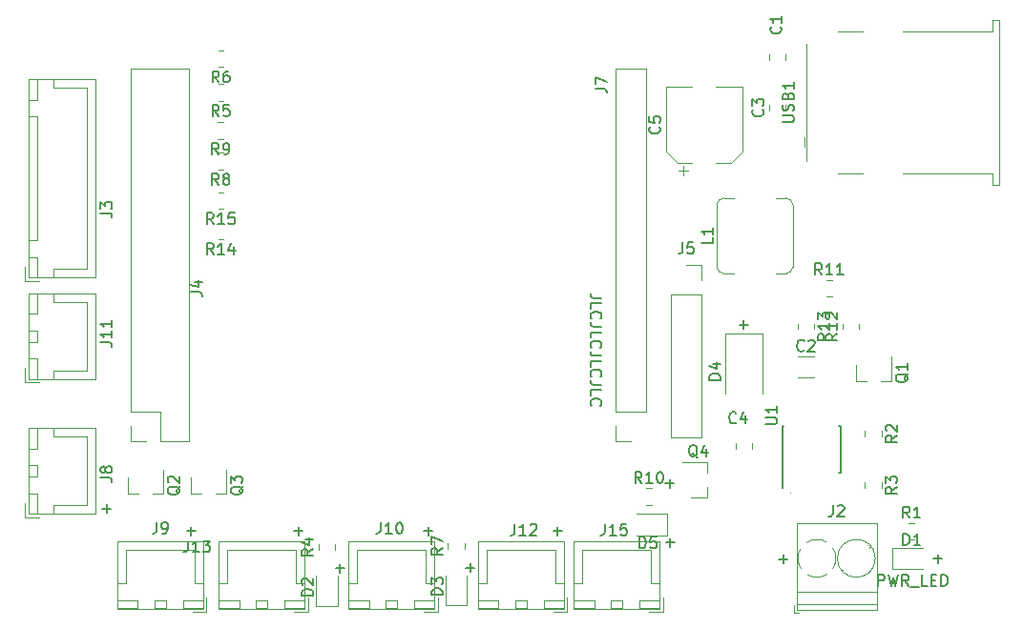
<source format=gbr>
%TF.GenerationSoftware,KiCad,Pcbnew,(5.1.12)-1*%
%TF.CreationDate,2021-12-26T21:26:00+08:00*%
%TF.ProjectId,OrangePiZeroExtentionBoard,4f72616e-6765-4506-995a-65726f457874,rev?*%
%TF.SameCoordinates,Original*%
%TF.FileFunction,Legend,Top*%
%TF.FilePolarity,Positive*%
%FSLAX46Y46*%
G04 Gerber Fmt 4.6, Leading zero omitted, Abs format (unit mm)*
G04 Created by KiCad (PCBNEW (5.1.12)-1) date 2021-12-26 21:26:00*
%MOMM*%
%LPD*%
G01*
G04 APERTURE LIST*
%ADD10C,0.150000*%
%ADD11C,0.120000*%
G04 APERTURE END LIST*
D10*
X156397619Y-93355952D02*
X155683333Y-93355952D01*
X155540476Y-93308333D01*
X155445238Y-93213095D01*
X155397619Y-93070238D01*
X155397619Y-92975000D01*
X155397619Y-94308333D02*
X155397619Y-93832142D01*
X156397619Y-93832142D01*
X155492857Y-95213095D02*
X155445238Y-95165476D01*
X155397619Y-95022619D01*
X155397619Y-94927380D01*
X155445238Y-94784523D01*
X155540476Y-94689285D01*
X155635714Y-94641666D01*
X155826190Y-94594047D01*
X155969047Y-94594047D01*
X156159523Y-94641666D01*
X156254761Y-94689285D01*
X156350000Y-94784523D01*
X156397619Y-94927380D01*
X156397619Y-95022619D01*
X156350000Y-95165476D01*
X156302380Y-95213095D01*
X156397619Y-95927380D02*
X155683333Y-95927380D01*
X155540476Y-95879761D01*
X155445238Y-95784523D01*
X155397619Y-95641666D01*
X155397619Y-95546428D01*
X155397619Y-96879761D02*
X155397619Y-96403571D01*
X156397619Y-96403571D01*
X155492857Y-97784523D02*
X155445238Y-97736904D01*
X155397619Y-97594047D01*
X155397619Y-97498809D01*
X155445238Y-97355952D01*
X155540476Y-97260714D01*
X155635714Y-97213095D01*
X155826190Y-97165476D01*
X155969047Y-97165476D01*
X156159523Y-97213095D01*
X156254761Y-97260714D01*
X156350000Y-97355952D01*
X156397619Y-97498809D01*
X156397619Y-97594047D01*
X156350000Y-97736904D01*
X156302380Y-97784523D01*
X156397619Y-98498809D02*
X155683333Y-98498809D01*
X155540476Y-98451190D01*
X155445238Y-98355952D01*
X155397619Y-98213095D01*
X155397619Y-98117857D01*
X155397619Y-99451190D02*
X155397619Y-98975000D01*
X156397619Y-98975000D01*
X155492857Y-100355952D02*
X155445238Y-100308333D01*
X155397619Y-100165476D01*
X155397619Y-100070238D01*
X155445238Y-99927380D01*
X155540476Y-99832142D01*
X155635714Y-99784523D01*
X155826190Y-99736904D01*
X155969047Y-99736904D01*
X156159523Y-99784523D01*
X156254761Y-99832142D01*
X156350000Y-99927380D01*
X156397619Y-100070238D01*
X156397619Y-100165476D01*
X156350000Y-100308333D01*
X156302380Y-100355952D01*
X156397619Y-101070238D02*
X155683333Y-101070238D01*
X155540476Y-101022619D01*
X155445238Y-100927380D01*
X155397619Y-100784523D01*
X155397619Y-100689285D01*
X155397619Y-102022619D02*
X155397619Y-101546428D01*
X156397619Y-101546428D01*
X155492857Y-102927380D02*
X155445238Y-102879761D01*
X155397619Y-102736904D01*
X155397619Y-102641666D01*
X155445238Y-102498809D01*
X155540476Y-102403571D01*
X155635714Y-102355952D01*
X155826190Y-102308333D01*
X155969047Y-102308333D01*
X156159523Y-102355952D01*
X156254761Y-102403571D01*
X156350000Y-102498809D01*
X156397619Y-102641666D01*
X156397619Y-102736904D01*
X156350000Y-102879761D01*
X156302380Y-102927380D01*
X144344047Y-117346428D02*
X145105952Y-117346428D01*
X144725000Y-117727380D02*
X144725000Y-116965476D01*
X132819047Y-117371428D02*
X133580952Y-117371428D01*
X133200000Y-117752380D02*
X133200000Y-116990476D01*
X162069047Y-109821428D02*
X162830952Y-109821428D01*
X162450000Y-110202380D02*
X162450000Y-109440476D01*
D11*
X173155902Y-110725000D02*
G75*
G03*
X173155902Y-110725000I-55902J0D01*
G01*
D10*
X168619047Y-95746428D02*
X169380952Y-95746428D01*
X169000000Y-96127380D02*
X169000000Y-95365476D01*
X185869047Y-116546428D02*
X186630952Y-116546428D01*
X186250000Y-116927380D02*
X186250000Y-116165476D01*
X112119047Y-112071428D02*
X112880952Y-112071428D01*
X112500000Y-112452380D02*
X112500000Y-111690476D01*
X162119047Y-115071428D02*
X162880952Y-115071428D01*
X162500000Y-115452380D02*
X162500000Y-114690476D01*
X152119047Y-114071428D02*
X152880952Y-114071428D01*
X152500000Y-114452380D02*
X152500000Y-113690476D01*
X140619047Y-114071428D02*
X141380952Y-114071428D01*
X141000000Y-114452380D02*
X141000000Y-113690476D01*
X129119047Y-114071428D02*
X129880952Y-114071428D01*
X129500000Y-114452380D02*
X129500000Y-113690476D01*
X119619047Y-114071428D02*
X120380952Y-114071428D01*
X120000000Y-114452380D02*
X120000000Y-113690476D01*
X172119047Y-116571428D02*
X172880952Y-116571428D01*
X172500000Y-116952380D02*
X172500000Y-116190476D01*
X180928571Y-118952380D02*
X180928571Y-117952380D01*
X181309523Y-117952380D01*
X181404761Y-118000000D01*
X181452380Y-118047619D01*
X181500000Y-118142857D01*
X181500000Y-118285714D01*
X181452380Y-118380952D01*
X181404761Y-118428571D01*
X181309523Y-118476190D01*
X180928571Y-118476190D01*
X181833333Y-117952380D02*
X182071428Y-118952380D01*
X182261904Y-118238095D01*
X182452380Y-118952380D01*
X182690476Y-117952380D01*
X183642857Y-118952380D02*
X183309523Y-118476190D01*
X183071428Y-118952380D02*
X183071428Y-117952380D01*
X183452380Y-117952380D01*
X183547619Y-118000000D01*
X183595238Y-118047619D01*
X183642857Y-118142857D01*
X183642857Y-118285714D01*
X183595238Y-118380952D01*
X183547619Y-118428571D01*
X183452380Y-118476190D01*
X183071428Y-118476190D01*
X183833333Y-119047619D02*
X184595238Y-119047619D01*
X185309523Y-118952380D02*
X184833333Y-118952380D01*
X184833333Y-117952380D01*
X185642857Y-118428571D02*
X185976190Y-118428571D01*
X186119047Y-118952380D02*
X185642857Y-118952380D01*
X185642857Y-117952380D01*
X186119047Y-117952380D01*
X186547619Y-118952380D02*
X186547619Y-117952380D01*
X186785714Y-117952380D01*
X186928571Y-118000000D01*
X187023809Y-118095238D01*
X187071428Y-118190476D01*
X187119047Y-118380952D01*
X187119047Y-118523809D01*
X187071428Y-118714285D01*
X187023809Y-118809523D01*
X186928571Y-118904761D01*
X186785714Y-118952380D01*
X186547619Y-118952380D01*
D11*
%TO.C,C5*%
X168910000Y-74590000D02*
X166560000Y-74590000D01*
X162090000Y-74590000D02*
X164440000Y-74590000D01*
X162090000Y-80345563D02*
X162090000Y-74590000D01*
X168910000Y-80345563D02*
X168910000Y-74590000D01*
X167845563Y-81410000D02*
X166560000Y-81410000D01*
X163154437Y-81410000D02*
X164440000Y-81410000D01*
X163154437Y-81410000D02*
X162090000Y-80345563D01*
X167845563Y-81410000D02*
X168910000Y-80345563D01*
X163652500Y-82437500D02*
X163652500Y-81650000D01*
X163258750Y-82043750D02*
X164046250Y-82043750D01*
D10*
%TO.C,U1*%
X172425000Y-108875000D02*
X172475000Y-108875000D01*
X172425000Y-104725000D02*
X172570000Y-104725000D01*
X177575000Y-104725000D02*
X177430000Y-104725000D01*
X177575000Y-108875000D02*
X177430000Y-108875000D01*
X172425000Y-108875000D02*
X172425000Y-104725000D01*
X177575000Y-108875000D02*
X177575000Y-104725000D01*
X172475000Y-108875000D02*
X172475000Y-110275000D01*
D11*
%TO.C,USB1*%
X174400000Y-79100000D02*
X174400000Y-79900000D01*
X174550000Y-81190000D02*
X174550000Y-70810000D01*
X191050000Y-82310000D02*
X183080000Y-82310000D01*
X191050000Y-83310000D02*
X191050000Y-82310000D01*
X191670000Y-83310000D02*
X191050000Y-83310000D01*
X191670000Y-68690000D02*
X191670000Y-83310000D01*
X191050000Y-68690000D02*
X191670000Y-68690000D01*
X191050000Y-69690000D02*
X191050000Y-68690000D01*
X183080000Y-69690000D02*
X191050000Y-69690000D01*
X179580000Y-82310000D02*
X177400000Y-82310000D01*
X179580000Y-69690000D02*
X177400000Y-69690000D01*
%TO.C,C1*%
X171265000Y-72211252D02*
X171265000Y-71688748D01*
X172735000Y-72211252D02*
X172735000Y-71688748D01*
%TO.C,C2*%
X173813748Y-100410000D02*
X175236252Y-100410000D01*
X173813748Y-98590000D02*
X175236252Y-98590000D01*
%TO.C,C3*%
X172735000Y-76711252D02*
X172735000Y-76188748D01*
X171265000Y-76711252D02*
X171265000Y-76188748D01*
%TO.C,C4*%
X169735000Y-106761252D02*
X169735000Y-106238748D01*
X168265000Y-106761252D02*
X168265000Y-106238748D01*
%TO.C,D1*%
X184900000Y-115540000D02*
X182215000Y-115540000D01*
X182215000Y-115540000D02*
X182215000Y-117460000D01*
X182215000Y-117460000D02*
X184900000Y-117460000D01*
%TO.C,D2*%
X132960000Y-120747500D02*
X132960000Y-118062500D01*
X131040000Y-120747500D02*
X132960000Y-120747500D01*
X131040000Y-118062500D02*
X131040000Y-120747500D01*
%TO.C,D3*%
X142540000Y-118000000D02*
X142540000Y-120685000D01*
X142540000Y-120685000D02*
X144460000Y-120685000D01*
X144460000Y-120685000D02*
X144460000Y-118000000D01*
%TO.C,D4*%
X170650000Y-96500000D02*
X170650000Y-101900000D01*
X167350000Y-96500000D02*
X167350000Y-101900000D01*
X170650000Y-96500000D02*
X167350000Y-96500000D01*
%TO.C,D5*%
X162185000Y-112540000D02*
X159500000Y-112540000D01*
X162185000Y-114460000D02*
X162185000Y-112540000D01*
X159500000Y-114460000D02*
X162185000Y-114460000D01*
%TO.C,J2*%
X173450000Y-121300000D02*
X173850000Y-121300000D01*
X173450000Y-120660000D02*
X173450000Y-121300000D01*
X177855000Y-117441000D02*
X177726000Y-117569000D01*
X180070000Y-115225000D02*
X179976000Y-115319000D01*
X178025000Y-117681000D02*
X177931000Y-117774000D01*
X180275000Y-115431000D02*
X180146000Y-115559000D01*
X180810000Y-113340000D02*
X180810000Y-121060000D01*
X173690000Y-113340000D02*
X173690000Y-121060000D01*
X173690000Y-121060000D02*
X180810000Y-121060000D01*
X173690000Y-113340000D02*
X180810000Y-113340000D01*
X173690000Y-119500000D02*
X180810000Y-119500000D01*
X173690000Y-120600000D02*
X180810000Y-120600000D01*
X180680000Y-116500000D02*
G75*
G03*
X180680000Y-116500000I-1680000J0D01*
G01*
X176390264Y-117924721D02*
G75*
G02*
X175500000Y-118180000I-890264J1424721D01*
G01*
X176925505Y-115609807D02*
G75*
G02*
X176925000Y-117391000I-1425505J-890193D01*
G01*
X174610106Y-115074642D02*
G75*
G02*
X176366000Y-115060000I889894J-1425358D01*
G01*
X174074642Y-117389894D02*
G75*
G02*
X174060000Y-115634000I1425358J889894D01*
G01*
X175528674Y-118180099D02*
G75*
G02*
X174634000Y-117940000I-28674J1680099D01*
G01*
%TO.C,J3*%
X105250000Y-91850000D02*
X106500000Y-91850000D01*
X105250000Y-90600000D02*
X105250000Y-91850000D01*
X110750000Y-74700000D02*
X110750000Y-82750000D01*
X107800000Y-74700000D02*
X110750000Y-74700000D01*
X107800000Y-73950000D02*
X107800000Y-74700000D01*
X110750000Y-90800000D02*
X110750000Y-82750000D01*
X107800000Y-90800000D02*
X110750000Y-90800000D01*
X107800000Y-91550000D02*
X107800000Y-90800000D01*
X105550000Y-73950000D02*
X105550000Y-75750000D01*
X106300000Y-73950000D02*
X105550000Y-73950000D01*
X106300000Y-75750000D02*
X106300000Y-73950000D01*
X105550000Y-75750000D02*
X106300000Y-75750000D01*
X105550000Y-89750000D02*
X105550000Y-91550000D01*
X106300000Y-89750000D02*
X105550000Y-89750000D01*
X106300000Y-91550000D02*
X106300000Y-89750000D01*
X105550000Y-91550000D02*
X106300000Y-91550000D01*
X105550000Y-77250000D02*
X105550000Y-88250000D01*
X106300000Y-77250000D02*
X105550000Y-77250000D01*
X106300000Y-88250000D02*
X106300000Y-77250000D01*
X105550000Y-88250000D02*
X106300000Y-88250000D01*
X105540000Y-73940000D02*
X105540000Y-91560000D01*
X111510000Y-73940000D02*
X105540000Y-73940000D01*
X111510000Y-91560000D02*
X111510000Y-73940000D01*
X105540000Y-91560000D02*
X111510000Y-91560000D01*
%TO.C,J4*%
X115960000Y-106110000D02*
X114630000Y-106110000D01*
X114630000Y-106110000D02*
X114630000Y-104780000D01*
X117230000Y-106110000D02*
X117230000Y-103510000D01*
X117230000Y-103510000D02*
X114630000Y-103510000D01*
X114630000Y-103510000D02*
X114630000Y-72970000D01*
X119830000Y-72970000D02*
X114630000Y-72970000D01*
X119830000Y-106110000D02*
X119830000Y-72970000D01*
X119830000Y-106110000D02*
X117230000Y-106110000D01*
%TO.C,J7*%
X159000000Y-106110000D02*
X157670000Y-106110000D01*
X157670000Y-106110000D02*
X157670000Y-104780000D01*
X157670000Y-103510000D02*
X157670000Y-72970000D01*
X160330000Y-72970000D02*
X157670000Y-72970000D01*
X160330000Y-103510000D02*
X160330000Y-72970000D01*
X160330000Y-103510000D02*
X157670000Y-103510000D01*
%TO.C,J8*%
X105250000Y-112850000D02*
X106500000Y-112850000D01*
X105250000Y-111600000D02*
X105250000Y-112850000D01*
X110750000Y-105700000D02*
X110750000Y-108750000D01*
X107800000Y-105700000D02*
X110750000Y-105700000D01*
X107800000Y-104950000D02*
X107800000Y-105700000D01*
X110750000Y-111800000D02*
X110750000Y-108750000D01*
X107800000Y-111800000D02*
X110750000Y-111800000D01*
X107800000Y-112550000D02*
X107800000Y-111800000D01*
X105550000Y-104950000D02*
X105550000Y-106750000D01*
X106300000Y-104950000D02*
X105550000Y-104950000D01*
X106300000Y-106750000D02*
X106300000Y-104950000D01*
X105550000Y-106750000D02*
X106300000Y-106750000D01*
X105550000Y-110750000D02*
X105550000Y-112550000D01*
X106300000Y-110750000D02*
X105550000Y-110750000D01*
X106300000Y-112550000D02*
X106300000Y-110750000D01*
X105550000Y-112550000D02*
X106300000Y-112550000D01*
X105550000Y-108250000D02*
X105550000Y-109250000D01*
X106300000Y-108250000D02*
X105550000Y-108250000D01*
X106300000Y-109250000D02*
X106300000Y-108250000D01*
X105550000Y-109250000D02*
X106300000Y-109250000D01*
X105540000Y-104940000D02*
X105540000Y-112560000D01*
X111510000Y-104940000D02*
X105540000Y-104940000D01*
X111510000Y-112560000D02*
X111510000Y-104940000D01*
X105540000Y-112560000D02*
X111510000Y-112560000D01*
%TO.C,J9*%
X121060000Y-120960000D02*
X121060000Y-114990000D01*
X121060000Y-114990000D02*
X113440000Y-114990000D01*
X113440000Y-114990000D02*
X113440000Y-120960000D01*
X113440000Y-120960000D02*
X121060000Y-120960000D01*
X117750000Y-120950000D02*
X117750000Y-120200000D01*
X117750000Y-120200000D02*
X116750000Y-120200000D01*
X116750000Y-120200000D02*
X116750000Y-120950000D01*
X116750000Y-120950000D02*
X117750000Y-120950000D01*
X121050000Y-120950000D02*
X121050000Y-120200000D01*
X121050000Y-120200000D02*
X119250000Y-120200000D01*
X119250000Y-120200000D02*
X119250000Y-120950000D01*
X119250000Y-120950000D02*
X121050000Y-120950000D01*
X115250000Y-120950000D02*
X115250000Y-120200000D01*
X115250000Y-120200000D02*
X113450000Y-120200000D01*
X113450000Y-120200000D02*
X113450000Y-120950000D01*
X113450000Y-120950000D02*
X115250000Y-120950000D01*
X121050000Y-118700000D02*
X120300000Y-118700000D01*
X120300000Y-118700000D02*
X120300000Y-115750000D01*
X120300000Y-115750000D02*
X117250000Y-115750000D01*
X113450000Y-118700000D02*
X114200000Y-118700000D01*
X114200000Y-118700000D02*
X114200000Y-115750000D01*
X114200000Y-115750000D02*
X117250000Y-115750000D01*
X120100000Y-121250000D02*
X121350000Y-121250000D01*
X121350000Y-121250000D02*
X121350000Y-120000000D01*
%TO.C,J10*%
X141560000Y-120960000D02*
X141560000Y-114990000D01*
X141560000Y-114990000D02*
X133940000Y-114990000D01*
X133940000Y-114990000D02*
X133940000Y-120960000D01*
X133940000Y-120960000D02*
X141560000Y-120960000D01*
X138250000Y-120950000D02*
X138250000Y-120200000D01*
X138250000Y-120200000D02*
X137250000Y-120200000D01*
X137250000Y-120200000D02*
X137250000Y-120950000D01*
X137250000Y-120950000D02*
X138250000Y-120950000D01*
X141550000Y-120950000D02*
X141550000Y-120200000D01*
X141550000Y-120200000D02*
X139750000Y-120200000D01*
X139750000Y-120200000D02*
X139750000Y-120950000D01*
X139750000Y-120950000D02*
X141550000Y-120950000D01*
X135750000Y-120950000D02*
X135750000Y-120200000D01*
X135750000Y-120200000D02*
X133950000Y-120200000D01*
X133950000Y-120200000D02*
X133950000Y-120950000D01*
X133950000Y-120950000D02*
X135750000Y-120950000D01*
X141550000Y-118700000D02*
X140800000Y-118700000D01*
X140800000Y-118700000D02*
X140800000Y-115750000D01*
X140800000Y-115750000D02*
X137750000Y-115750000D01*
X133950000Y-118700000D02*
X134700000Y-118700000D01*
X134700000Y-118700000D02*
X134700000Y-115750000D01*
X134700000Y-115750000D02*
X137750000Y-115750000D01*
X140600000Y-121250000D02*
X141850000Y-121250000D01*
X141850000Y-121250000D02*
X141850000Y-120000000D01*
%TO.C,J11*%
X105250000Y-100850000D02*
X106500000Y-100850000D01*
X105250000Y-99600000D02*
X105250000Y-100850000D01*
X110750000Y-93700000D02*
X110750000Y-96750000D01*
X107800000Y-93700000D02*
X110750000Y-93700000D01*
X107800000Y-92950000D02*
X107800000Y-93700000D01*
X110750000Y-99800000D02*
X110750000Y-96750000D01*
X107800000Y-99800000D02*
X110750000Y-99800000D01*
X107800000Y-100550000D02*
X107800000Y-99800000D01*
X105550000Y-92950000D02*
X105550000Y-94750000D01*
X106300000Y-92950000D02*
X105550000Y-92950000D01*
X106300000Y-94750000D02*
X106300000Y-92950000D01*
X105550000Y-94750000D02*
X106300000Y-94750000D01*
X105550000Y-98750000D02*
X105550000Y-100550000D01*
X106300000Y-98750000D02*
X105550000Y-98750000D01*
X106300000Y-100550000D02*
X106300000Y-98750000D01*
X105550000Y-100550000D02*
X106300000Y-100550000D01*
X105550000Y-96250000D02*
X105550000Y-97250000D01*
X106300000Y-96250000D02*
X105550000Y-96250000D01*
X106300000Y-97250000D02*
X106300000Y-96250000D01*
X105550000Y-97250000D02*
X106300000Y-97250000D01*
X105540000Y-92940000D02*
X105540000Y-100560000D01*
X111510000Y-92940000D02*
X105540000Y-92940000D01*
X111510000Y-100560000D02*
X111510000Y-92940000D01*
X105540000Y-100560000D02*
X111510000Y-100560000D01*
%TO.C,J12*%
X153350000Y-121250000D02*
X153350000Y-120000000D01*
X152100000Y-121250000D02*
X153350000Y-121250000D01*
X146200000Y-115750000D02*
X149250000Y-115750000D01*
X146200000Y-118700000D02*
X146200000Y-115750000D01*
X145450000Y-118700000D02*
X146200000Y-118700000D01*
X152300000Y-115750000D02*
X149250000Y-115750000D01*
X152300000Y-118700000D02*
X152300000Y-115750000D01*
X153050000Y-118700000D02*
X152300000Y-118700000D01*
X145450000Y-120950000D02*
X147250000Y-120950000D01*
X145450000Y-120200000D02*
X145450000Y-120950000D01*
X147250000Y-120200000D02*
X145450000Y-120200000D01*
X147250000Y-120950000D02*
X147250000Y-120200000D01*
X151250000Y-120950000D02*
X153050000Y-120950000D01*
X151250000Y-120200000D02*
X151250000Y-120950000D01*
X153050000Y-120200000D02*
X151250000Y-120200000D01*
X153050000Y-120950000D02*
X153050000Y-120200000D01*
X148750000Y-120950000D02*
X149750000Y-120950000D01*
X148750000Y-120200000D02*
X148750000Y-120950000D01*
X149750000Y-120200000D02*
X148750000Y-120200000D01*
X149750000Y-120950000D02*
X149750000Y-120200000D01*
X145440000Y-120960000D02*
X153060000Y-120960000D01*
X145440000Y-114990000D02*
X145440000Y-120960000D01*
X153060000Y-114990000D02*
X145440000Y-114990000D01*
X153060000Y-120960000D02*
X153060000Y-114990000D01*
%TO.C,J13*%
X130060000Y-120960000D02*
X130060000Y-114990000D01*
X130060000Y-114990000D02*
X122440000Y-114990000D01*
X122440000Y-114990000D02*
X122440000Y-120960000D01*
X122440000Y-120960000D02*
X130060000Y-120960000D01*
X126750000Y-120950000D02*
X126750000Y-120200000D01*
X126750000Y-120200000D02*
X125750000Y-120200000D01*
X125750000Y-120200000D02*
X125750000Y-120950000D01*
X125750000Y-120950000D02*
X126750000Y-120950000D01*
X130050000Y-120950000D02*
X130050000Y-120200000D01*
X130050000Y-120200000D02*
X128250000Y-120200000D01*
X128250000Y-120200000D02*
X128250000Y-120950000D01*
X128250000Y-120950000D02*
X130050000Y-120950000D01*
X124250000Y-120950000D02*
X124250000Y-120200000D01*
X124250000Y-120200000D02*
X122450000Y-120200000D01*
X122450000Y-120200000D02*
X122450000Y-120950000D01*
X122450000Y-120950000D02*
X124250000Y-120950000D01*
X130050000Y-118700000D02*
X129300000Y-118700000D01*
X129300000Y-118700000D02*
X129300000Y-115750000D01*
X129300000Y-115750000D02*
X126250000Y-115750000D01*
X122450000Y-118700000D02*
X123200000Y-118700000D01*
X123200000Y-118700000D02*
X123200000Y-115750000D01*
X123200000Y-115750000D02*
X126250000Y-115750000D01*
X129100000Y-121250000D02*
X130350000Y-121250000D01*
X130350000Y-121250000D02*
X130350000Y-120000000D01*
%TO.C,J15*%
X161560000Y-120960000D02*
X161560000Y-114990000D01*
X161560000Y-114990000D02*
X153940000Y-114990000D01*
X153940000Y-114990000D02*
X153940000Y-120960000D01*
X153940000Y-120960000D02*
X161560000Y-120960000D01*
X158250000Y-120950000D02*
X158250000Y-120200000D01*
X158250000Y-120200000D02*
X157250000Y-120200000D01*
X157250000Y-120200000D02*
X157250000Y-120950000D01*
X157250000Y-120950000D02*
X158250000Y-120950000D01*
X161550000Y-120950000D02*
X161550000Y-120200000D01*
X161550000Y-120200000D02*
X159750000Y-120200000D01*
X159750000Y-120200000D02*
X159750000Y-120950000D01*
X159750000Y-120950000D02*
X161550000Y-120950000D01*
X155750000Y-120950000D02*
X155750000Y-120200000D01*
X155750000Y-120200000D02*
X153950000Y-120200000D01*
X153950000Y-120200000D02*
X153950000Y-120950000D01*
X153950000Y-120950000D02*
X155750000Y-120950000D01*
X161550000Y-118700000D02*
X160800000Y-118700000D01*
X160800000Y-118700000D02*
X160800000Y-115750000D01*
X160800000Y-115750000D02*
X157750000Y-115750000D01*
X153950000Y-118700000D02*
X154700000Y-118700000D01*
X154700000Y-118700000D02*
X154700000Y-115750000D01*
X154700000Y-115750000D02*
X157750000Y-115750000D01*
X160600000Y-121250000D02*
X161850000Y-121250000D01*
X161850000Y-121250000D02*
X161850000Y-120000000D01*
%TO.C,L1*%
X173360000Y-85100000D02*
X173360000Y-90600000D01*
X172750000Y-91210000D02*
X171900000Y-91210000D01*
X171900000Y-84490000D02*
X172750000Y-84490000D01*
X167250000Y-84490000D02*
X168100000Y-84490000D01*
X166640000Y-90600000D02*
X166640000Y-85100000D01*
X168100000Y-91210000D02*
X167250000Y-91210000D01*
X167250000Y-91210000D02*
G75*
G02*
X166640000Y-90600000I0J610000D01*
G01*
X166640000Y-85100000D02*
G75*
G02*
X167250000Y-84490000I610000J0D01*
G01*
X173360000Y-90600000D02*
G75*
G02*
X172750000Y-91210000I-610000J0D01*
G01*
X172750000Y-84490000D02*
G75*
G02*
X173360000Y-85100000I0J-610000D01*
G01*
%TO.C,Q1*%
X178970000Y-100760000D02*
X178970000Y-99300000D01*
X182130000Y-100760000D02*
X182130000Y-98600000D01*
X182130000Y-100760000D02*
X181200000Y-100760000D01*
X178970000Y-100760000D02*
X179900000Y-100760000D01*
%TO.C,Q2*%
X114370000Y-110760000D02*
X114370000Y-109300000D01*
X117530000Y-110760000D02*
X117530000Y-108600000D01*
X117530000Y-110760000D02*
X116600000Y-110760000D01*
X114370000Y-110760000D02*
X115300000Y-110760000D01*
%TO.C,Q3*%
X119970000Y-110760000D02*
X120900000Y-110760000D01*
X123130000Y-110760000D02*
X122200000Y-110760000D01*
X123130000Y-110760000D02*
X123130000Y-108600000D01*
X119970000Y-110760000D02*
X119970000Y-109300000D01*
%TO.C,Q4*%
X165760000Y-111080000D02*
X165760000Y-110150000D01*
X165760000Y-107920000D02*
X165760000Y-108850000D01*
X165760000Y-107920000D02*
X163600000Y-107920000D01*
X165760000Y-111080000D02*
X164300000Y-111080000D01*
%TO.C,R1*%
X183660436Y-114835000D02*
X184114564Y-114835000D01*
X183660436Y-113365000D02*
X184114564Y-113365000D01*
%TO.C,R2*%
X179765000Y-105185436D02*
X179765000Y-105639564D01*
X181235000Y-105185436D02*
X181235000Y-105639564D01*
%TO.C,R3*%
X181235000Y-109760436D02*
X181235000Y-110214564D01*
X179765000Y-109760436D02*
X179765000Y-110214564D01*
%TO.C,R4*%
X131265000Y-115727064D02*
X131265000Y-115272936D01*
X132735000Y-115727064D02*
X132735000Y-115272936D01*
%TO.C,R5*%
X122839564Y-74365000D02*
X122385436Y-74365000D01*
X122839564Y-75835000D02*
X122385436Y-75835000D01*
%TO.C,R6*%
X122839564Y-72835000D02*
X122385436Y-72835000D01*
X122839564Y-71365000D02*
X122385436Y-71365000D01*
%TO.C,R7*%
X144235000Y-115639564D02*
X144235000Y-115185436D01*
X142765000Y-115639564D02*
X142765000Y-115185436D01*
%TO.C,R8*%
X122827064Y-80465000D02*
X122372936Y-80465000D01*
X122827064Y-81935000D02*
X122372936Y-81935000D01*
%TO.C,R9*%
X122814564Y-77765000D02*
X122360436Y-77765000D01*
X122814564Y-79235000D02*
X122360436Y-79235000D01*
%TO.C,R10*%
X160360436Y-110265000D02*
X160814564Y-110265000D01*
X160360436Y-111735000D02*
X160814564Y-111735000D01*
%TO.C,R11*%
X176360436Y-91765000D02*
X176814564Y-91765000D01*
X176360436Y-93235000D02*
X176814564Y-93235000D01*
%TO.C,R12*%
X179235000Y-96139564D02*
X179235000Y-95685436D01*
X177765000Y-96139564D02*
X177765000Y-95685436D01*
%TO.C,R13*%
X175235000Y-95685436D02*
X175235000Y-96139564D01*
X173765000Y-95685436D02*
X173765000Y-96139564D01*
%TO.C,R14*%
X122839564Y-86665000D02*
X122385436Y-86665000D01*
X122839564Y-88135000D02*
X122385436Y-88135000D01*
%TO.C,R15*%
X122839564Y-85435000D02*
X122385436Y-85435000D01*
X122839564Y-83965000D02*
X122385436Y-83965000D01*
%TO.C,J5*%
X163910000Y-90420000D02*
X165240000Y-90420000D01*
X165240000Y-90420000D02*
X165240000Y-91750000D01*
X165240000Y-93020000D02*
X165240000Y-105780000D01*
X162580000Y-105780000D02*
X165240000Y-105780000D01*
X162580000Y-93020000D02*
X162580000Y-105780000D01*
X162580000Y-93020000D02*
X165240000Y-93020000D01*
%TO.C,C5*%
D10*
X161507142Y-78166666D02*
X161554761Y-78214285D01*
X161602380Y-78357142D01*
X161602380Y-78452380D01*
X161554761Y-78595238D01*
X161459523Y-78690476D01*
X161364285Y-78738095D01*
X161173809Y-78785714D01*
X161030952Y-78785714D01*
X160840476Y-78738095D01*
X160745238Y-78690476D01*
X160650000Y-78595238D01*
X160602380Y-78452380D01*
X160602380Y-78357142D01*
X160650000Y-78214285D01*
X160697619Y-78166666D01*
X160602380Y-77261904D02*
X160602380Y-77738095D01*
X161078571Y-77785714D01*
X161030952Y-77738095D01*
X160983333Y-77642857D01*
X160983333Y-77404761D01*
X161030952Y-77309523D01*
X161078571Y-77261904D01*
X161173809Y-77214285D01*
X161411904Y-77214285D01*
X161507142Y-77261904D01*
X161554761Y-77309523D01*
X161602380Y-77404761D01*
X161602380Y-77642857D01*
X161554761Y-77738095D01*
X161507142Y-77785714D01*
%TO.C,U1*%
X170952380Y-104561904D02*
X171761904Y-104561904D01*
X171857142Y-104514285D01*
X171904761Y-104466666D01*
X171952380Y-104371428D01*
X171952380Y-104180952D01*
X171904761Y-104085714D01*
X171857142Y-104038095D01*
X171761904Y-103990476D01*
X170952380Y-103990476D01*
X171952380Y-102990476D02*
X171952380Y-103561904D01*
X171952380Y-103276190D02*
X170952380Y-103276190D01*
X171095238Y-103371428D01*
X171190476Y-103466666D01*
X171238095Y-103561904D01*
%TO.C,USB1*%
X172452380Y-77738095D02*
X173261904Y-77738095D01*
X173357142Y-77690476D01*
X173404761Y-77642857D01*
X173452380Y-77547619D01*
X173452380Y-77357142D01*
X173404761Y-77261904D01*
X173357142Y-77214285D01*
X173261904Y-77166666D01*
X172452380Y-77166666D01*
X173404761Y-76738095D02*
X173452380Y-76595238D01*
X173452380Y-76357142D01*
X173404761Y-76261904D01*
X173357142Y-76214285D01*
X173261904Y-76166666D01*
X173166666Y-76166666D01*
X173071428Y-76214285D01*
X173023809Y-76261904D01*
X172976190Y-76357142D01*
X172928571Y-76547619D01*
X172880952Y-76642857D01*
X172833333Y-76690476D01*
X172738095Y-76738095D01*
X172642857Y-76738095D01*
X172547619Y-76690476D01*
X172500000Y-76642857D01*
X172452380Y-76547619D01*
X172452380Y-76309523D01*
X172500000Y-76166666D01*
X172928571Y-75404761D02*
X172976190Y-75261904D01*
X173023809Y-75214285D01*
X173119047Y-75166666D01*
X173261904Y-75166666D01*
X173357142Y-75214285D01*
X173404761Y-75261904D01*
X173452380Y-75357142D01*
X173452380Y-75738095D01*
X172452380Y-75738095D01*
X172452380Y-75404761D01*
X172500000Y-75309523D01*
X172547619Y-75261904D01*
X172642857Y-75214285D01*
X172738095Y-75214285D01*
X172833333Y-75261904D01*
X172880952Y-75309523D01*
X172928571Y-75404761D01*
X172928571Y-75738095D01*
X173452380Y-74214285D02*
X173452380Y-74785714D01*
X173452380Y-74500000D02*
X172452380Y-74500000D01*
X172595238Y-74595238D01*
X172690476Y-74690476D01*
X172738095Y-74785714D01*
%TO.C,C1*%
X172257142Y-69266666D02*
X172304761Y-69314285D01*
X172352380Y-69457142D01*
X172352380Y-69552380D01*
X172304761Y-69695238D01*
X172209523Y-69790476D01*
X172114285Y-69838095D01*
X171923809Y-69885714D01*
X171780952Y-69885714D01*
X171590476Y-69838095D01*
X171495238Y-69790476D01*
X171400000Y-69695238D01*
X171352380Y-69552380D01*
X171352380Y-69457142D01*
X171400000Y-69314285D01*
X171447619Y-69266666D01*
X172352380Y-68314285D02*
X172352380Y-68885714D01*
X172352380Y-68600000D02*
X171352380Y-68600000D01*
X171495238Y-68695238D01*
X171590476Y-68790476D01*
X171638095Y-68885714D01*
%TO.C,C2*%
X174358333Y-98007142D02*
X174310714Y-98054761D01*
X174167857Y-98102380D01*
X174072619Y-98102380D01*
X173929761Y-98054761D01*
X173834523Y-97959523D01*
X173786904Y-97864285D01*
X173739285Y-97673809D01*
X173739285Y-97530952D01*
X173786904Y-97340476D01*
X173834523Y-97245238D01*
X173929761Y-97150000D01*
X174072619Y-97102380D01*
X174167857Y-97102380D01*
X174310714Y-97150000D01*
X174358333Y-97197619D01*
X174739285Y-97197619D02*
X174786904Y-97150000D01*
X174882142Y-97102380D01*
X175120238Y-97102380D01*
X175215476Y-97150000D01*
X175263095Y-97197619D01*
X175310714Y-97292857D01*
X175310714Y-97388095D01*
X175263095Y-97530952D01*
X174691666Y-98102380D01*
X175310714Y-98102380D01*
%TO.C,C3*%
X170677142Y-76616666D02*
X170724761Y-76664285D01*
X170772380Y-76807142D01*
X170772380Y-76902380D01*
X170724761Y-77045238D01*
X170629523Y-77140476D01*
X170534285Y-77188095D01*
X170343809Y-77235714D01*
X170200952Y-77235714D01*
X170010476Y-77188095D01*
X169915238Y-77140476D01*
X169820000Y-77045238D01*
X169772380Y-76902380D01*
X169772380Y-76807142D01*
X169820000Y-76664285D01*
X169867619Y-76616666D01*
X169772380Y-76283333D02*
X169772380Y-75664285D01*
X170153333Y-75997619D01*
X170153333Y-75854761D01*
X170200952Y-75759523D01*
X170248571Y-75711904D01*
X170343809Y-75664285D01*
X170581904Y-75664285D01*
X170677142Y-75711904D01*
X170724761Y-75759523D01*
X170772380Y-75854761D01*
X170772380Y-76140476D01*
X170724761Y-76235714D01*
X170677142Y-76283333D01*
%TO.C,C4*%
X168333333Y-104407142D02*
X168285714Y-104454761D01*
X168142857Y-104502380D01*
X168047619Y-104502380D01*
X167904761Y-104454761D01*
X167809523Y-104359523D01*
X167761904Y-104264285D01*
X167714285Y-104073809D01*
X167714285Y-103930952D01*
X167761904Y-103740476D01*
X167809523Y-103645238D01*
X167904761Y-103550000D01*
X168047619Y-103502380D01*
X168142857Y-103502380D01*
X168285714Y-103550000D01*
X168333333Y-103597619D01*
X169190476Y-103835714D02*
X169190476Y-104502380D01*
X168952380Y-103454761D02*
X168714285Y-104169047D01*
X169333333Y-104169047D01*
%TO.C,D1*%
X183161904Y-115302380D02*
X183161904Y-114302380D01*
X183400000Y-114302380D01*
X183542857Y-114350000D01*
X183638095Y-114445238D01*
X183685714Y-114540476D01*
X183733333Y-114730952D01*
X183733333Y-114873809D01*
X183685714Y-115064285D01*
X183638095Y-115159523D01*
X183542857Y-115254761D01*
X183400000Y-115302380D01*
X183161904Y-115302380D01*
X184685714Y-115302380D02*
X184114285Y-115302380D01*
X184400000Y-115302380D02*
X184400000Y-114302380D01*
X184304761Y-114445238D01*
X184209523Y-114540476D01*
X184114285Y-114588095D01*
%TO.C,D2*%
X130802380Y-119800595D02*
X129802380Y-119800595D01*
X129802380Y-119562500D01*
X129850000Y-119419642D01*
X129945238Y-119324404D01*
X130040476Y-119276785D01*
X130230952Y-119229166D01*
X130373809Y-119229166D01*
X130564285Y-119276785D01*
X130659523Y-119324404D01*
X130754761Y-119419642D01*
X130802380Y-119562500D01*
X130802380Y-119800595D01*
X129897619Y-118848214D02*
X129850000Y-118800595D01*
X129802380Y-118705357D01*
X129802380Y-118467261D01*
X129850000Y-118372023D01*
X129897619Y-118324404D01*
X129992857Y-118276785D01*
X130088095Y-118276785D01*
X130230952Y-118324404D01*
X130802380Y-118895833D01*
X130802380Y-118276785D01*
%TO.C,D3*%
X142302380Y-119738095D02*
X141302380Y-119738095D01*
X141302380Y-119500000D01*
X141350000Y-119357142D01*
X141445238Y-119261904D01*
X141540476Y-119214285D01*
X141730952Y-119166666D01*
X141873809Y-119166666D01*
X142064285Y-119214285D01*
X142159523Y-119261904D01*
X142254761Y-119357142D01*
X142302380Y-119500000D01*
X142302380Y-119738095D01*
X141302380Y-118833333D02*
X141302380Y-118214285D01*
X141683333Y-118547619D01*
X141683333Y-118404761D01*
X141730952Y-118309523D01*
X141778571Y-118261904D01*
X141873809Y-118214285D01*
X142111904Y-118214285D01*
X142207142Y-118261904D01*
X142254761Y-118309523D01*
X142302380Y-118404761D01*
X142302380Y-118690476D01*
X142254761Y-118785714D01*
X142207142Y-118833333D01*
%TO.C,D4*%
X166952380Y-100638095D02*
X165952380Y-100638095D01*
X165952380Y-100400000D01*
X166000000Y-100257142D01*
X166095238Y-100161904D01*
X166190476Y-100114285D01*
X166380952Y-100066666D01*
X166523809Y-100066666D01*
X166714285Y-100114285D01*
X166809523Y-100161904D01*
X166904761Y-100257142D01*
X166952380Y-100400000D01*
X166952380Y-100638095D01*
X166285714Y-99209523D02*
X166952380Y-99209523D01*
X165904761Y-99447619D02*
X166619047Y-99685714D01*
X166619047Y-99066666D01*
%TO.C,D5*%
X159761904Y-115602380D02*
X159761904Y-114602380D01*
X160000000Y-114602380D01*
X160142857Y-114650000D01*
X160238095Y-114745238D01*
X160285714Y-114840476D01*
X160333333Y-115030952D01*
X160333333Y-115173809D01*
X160285714Y-115364285D01*
X160238095Y-115459523D01*
X160142857Y-115554761D01*
X160000000Y-115602380D01*
X159761904Y-115602380D01*
X161238095Y-114602380D02*
X160761904Y-114602380D01*
X160714285Y-115078571D01*
X160761904Y-115030952D01*
X160857142Y-114983333D01*
X161095238Y-114983333D01*
X161190476Y-115030952D01*
X161238095Y-115078571D01*
X161285714Y-115173809D01*
X161285714Y-115411904D01*
X161238095Y-115507142D01*
X161190476Y-115554761D01*
X161095238Y-115602380D01*
X160857142Y-115602380D01*
X160761904Y-115554761D01*
X160714285Y-115507142D01*
%TO.C,*%
%TO.C,J2*%
X176916666Y-111792380D02*
X176916666Y-112506666D01*
X176869047Y-112649523D01*
X176773809Y-112744761D01*
X176630952Y-112792380D01*
X176535714Y-112792380D01*
X177345238Y-111887619D02*
X177392857Y-111840000D01*
X177488095Y-111792380D01*
X177726190Y-111792380D01*
X177821428Y-111840000D01*
X177869047Y-111887619D01*
X177916666Y-111982857D01*
X177916666Y-112078095D01*
X177869047Y-112220952D01*
X177297619Y-112792380D01*
X177916666Y-112792380D01*
%TO.C,J3*%
X111952380Y-85833333D02*
X112666666Y-85833333D01*
X112809523Y-85880952D01*
X112904761Y-85976190D01*
X112952380Y-86119047D01*
X112952380Y-86214285D01*
X111952380Y-85452380D02*
X111952380Y-84833333D01*
X112333333Y-85166666D01*
X112333333Y-85023809D01*
X112380952Y-84928571D01*
X112428571Y-84880952D01*
X112523809Y-84833333D01*
X112761904Y-84833333D01*
X112857142Y-84880952D01*
X112904761Y-84928571D01*
X112952380Y-85023809D01*
X112952380Y-85309523D01*
X112904761Y-85404761D01*
X112857142Y-85452380D01*
%TO.C,J4*%
X119952380Y-92833333D02*
X120666666Y-92833333D01*
X120809523Y-92880952D01*
X120904761Y-92976190D01*
X120952380Y-93119047D01*
X120952380Y-93214285D01*
X120285714Y-91928571D02*
X120952380Y-91928571D01*
X119904761Y-92166666D02*
X120619047Y-92404761D01*
X120619047Y-91785714D01*
%TO.C,J7*%
X155877380Y-74758333D02*
X156591666Y-74758333D01*
X156734523Y-74805952D01*
X156829761Y-74901190D01*
X156877380Y-75044047D01*
X156877380Y-75139285D01*
X155877380Y-74377380D02*
X155877380Y-73710714D01*
X156877380Y-74139285D01*
%TO.C,J8*%
X111952380Y-109333333D02*
X112666666Y-109333333D01*
X112809523Y-109380952D01*
X112904761Y-109476190D01*
X112952380Y-109619047D01*
X112952380Y-109714285D01*
X112380952Y-108714285D02*
X112333333Y-108809523D01*
X112285714Y-108857142D01*
X112190476Y-108904761D01*
X112142857Y-108904761D01*
X112047619Y-108857142D01*
X112000000Y-108809523D01*
X111952380Y-108714285D01*
X111952380Y-108523809D01*
X112000000Y-108428571D01*
X112047619Y-108380952D01*
X112142857Y-108333333D01*
X112190476Y-108333333D01*
X112285714Y-108380952D01*
X112333333Y-108428571D01*
X112380952Y-108523809D01*
X112380952Y-108714285D01*
X112428571Y-108809523D01*
X112476190Y-108857142D01*
X112571428Y-108904761D01*
X112761904Y-108904761D01*
X112857142Y-108857142D01*
X112904761Y-108809523D01*
X112952380Y-108714285D01*
X112952380Y-108523809D01*
X112904761Y-108428571D01*
X112857142Y-108380952D01*
X112761904Y-108333333D01*
X112571428Y-108333333D01*
X112476190Y-108380952D01*
X112428571Y-108428571D01*
X112380952Y-108523809D01*
%TO.C,J9*%
X116916666Y-113302380D02*
X116916666Y-114016666D01*
X116869047Y-114159523D01*
X116773809Y-114254761D01*
X116630952Y-114302380D01*
X116535714Y-114302380D01*
X117440476Y-114302380D02*
X117630952Y-114302380D01*
X117726190Y-114254761D01*
X117773809Y-114207142D01*
X117869047Y-114064285D01*
X117916666Y-113873809D01*
X117916666Y-113492857D01*
X117869047Y-113397619D01*
X117821428Y-113350000D01*
X117726190Y-113302380D01*
X117535714Y-113302380D01*
X117440476Y-113350000D01*
X117392857Y-113397619D01*
X117345238Y-113492857D01*
X117345238Y-113730952D01*
X117392857Y-113826190D01*
X117440476Y-113873809D01*
X117535714Y-113921428D01*
X117726190Y-113921428D01*
X117821428Y-113873809D01*
X117869047Y-113826190D01*
X117916666Y-113730952D01*
%TO.C,J10*%
X136790476Y-113302380D02*
X136790476Y-114016666D01*
X136742857Y-114159523D01*
X136647619Y-114254761D01*
X136504761Y-114302380D01*
X136409523Y-114302380D01*
X137790476Y-114302380D02*
X137219047Y-114302380D01*
X137504761Y-114302380D02*
X137504761Y-113302380D01*
X137409523Y-113445238D01*
X137314285Y-113540476D01*
X137219047Y-113588095D01*
X138409523Y-113302380D02*
X138504761Y-113302380D01*
X138600000Y-113350000D01*
X138647619Y-113397619D01*
X138695238Y-113492857D01*
X138742857Y-113683333D01*
X138742857Y-113921428D01*
X138695238Y-114111904D01*
X138647619Y-114207142D01*
X138600000Y-114254761D01*
X138504761Y-114302380D01*
X138409523Y-114302380D01*
X138314285Y-114254761D01*
X138266666Y-114207142D01*
X138219047Y-114111904D01*
X138171428Y-113921428D01*
X138171428Y-113683333D01*
X138219047Y-113492857D01*
X138266666Y-113397619D01*
X138314285Y-113350000D01*
X138409523Y-113302380D01*
%TO.C,J11*%
X111952380Y-97309523D02*
X112666666Y-97309523D01*
X112809523Y-97357142D01*
X112904761Y-97452380D01*
X112952380Y-97595238D01*
X112952380Y-97690476D01*
X112952380Y-96309523D02*
X112952380Y-96880952D01*
X112952380Y-96595238D02*
X111952380Y-96595238D01*
X112095238Y-96690476D01*
X112190476Y-96785714D01*
X112238095Y-96880952D01*
X112952380Y-95357142D02*
X112952380Y-95928571D01*
X112952380Y-95642857D02*
X111952380Y-95642857D01*
X112095238Y-95738095D01*
X112190476Y-95833333D01*
X112238095Y-95928571D01*
%TO.C,J12*%
X148690476Y-113452380D02*
X148690476Y-114166666D01*
X148642857Y-114309523D01*
X148547619Y-114404761D01*
X148404761Y-114452380D01*
X148309523Y-114452380D01*
X149690476Y-114452380D02*
X149119047Y-114452380D01*
X149404761Y-114452380D02*
X149404761Y-113452380D01*
X149309523Y-113595238D01*
X149214285Y-113690476D01*
X149119047Y-113738095D01*
X150071428Y-113547619D02*
X150119047Y-113500000D01*
X150214285Y-113452380D01*
X150452380Y-113452380D01*
X150547619Y-113500000D01*
X150595238Y-113547619D01*
X150642857Y-113642857D01*
X150642857Y-113738095D01*
X150595238Y-113880952D01*
X150023809Y-114452380D01*
X150642857Y-114452380D01*
%TO.C,J13*%
X119690476Y-114952380D02*
X119690476Y-115666666D01*
X119642857Y-115809523D01*
X119547619Y-115904761D01*
X119404761Y-115952380D01*
X119309523Y-115952380D01*
X120690476Y-115952380D02*
X120119047Y-115952380D01*
X120404761Y-115952380D02*
X120404761Y-114952380D01*
X120309523Y-115095238D01*
X120214285Y-115190476D01*
X120119047Y-115238095D01*
X121023809Y-114952380D02*
X121642857Y-114952380D01*
X121309523Y-115333333D01*
X121452380Y-115333333D01*
X121547619Y-115380952D01*
X121595238Y-115428571D01*
X121642857Y-115523809D01*
X121642857Y-115761904D01*
X121595238Y-115857142D01*
X121547619Y-115904761D01*
X121452380Y-115952380D01*
X121166666Y-115952380D01*
X121071428Y-115904761D01*
X121023809Y-115857142D01*
%TO.C,J15*%
X156690476Y-113452380D02*
X156690476Y-114166666D01*
X156642857Y-114309523D01*
X156547619Y-114404761D01*
X156404761Y-114452380D01*
X156309523Y-114452380D01*
X157690476Y-114452380D02*
X157119047Y-114452380D01*
X157404761Y-114452380D02*
X157404761Y-113452380D01*
X157309523Y-113595238D01*
X157214285Y-113690476D01*
X157119047Y-113738095D01*
X158595238Y-113452380D02*
X158119047Y-113452380D01*
X158071428Y-113928571D01*
X158119047Y-113880952D01*
X158214285Y-113833333D01*
X158452380Y-113833333D01*
X158547619Y-113880952D01*
X158595238Y-113928571D01*
X158642857Y-114023809D01*
X158642857Y-114261904D01*
X158595238Y-114357142D01*
X158547619Y-114404761D01*
X158452380Y-114452380D01*
X158214285Y-114452380D01*
X158119047Y-114404761D01*
X158071428Y-114357142D01*
%TO.C,L1*%
X166252380Y-88016666D02*
X166252380Y-88492857D01*
X165252380Y-88492857D01*
X166252380Y-87159523D02*
X166252380Y-87730952D01*
X166252380Y-87445238D02*
X165252380Y-87445238D01*
X165395238Y-87540476D01*
X165490476Y-87635714D01*
X165538095Y-87730952D01*
%TO.C,Q1*%
X183597619Y-100095238D02*
X183550000Y-100190476D01*
X183454761Y-100285714D01*
X183311904Y-100428571D01*
X183264285Y-100523809D01*
X183264285Y-100619047D01*
X183502380Y-100571428D02*
X183454761Y-100666666D01*
X183359523Y-100761904D01*
X183169047Y-100809523D01*
X182835714Y-100809523D01*
X182645238Y-100761904D01*
X182550000Y-100666666D01*
X182502380Y-100571428D01*
X182502380Y-100380952D01*
X182550000Y-100285714D01*
X182645238Y-100190476D01*
X182835714Y-100142857D01*
X183169047Y-100142857D01*
X183359523Y-100190476D01*
X183454761Y-100285714D01*
X183502380Y-100380952D01*
X183502380Y-100571428D01*
X183502380Y-99190476D02*
X183502380Y-99761904D01*
X183502380Y-99476190D02*
X182502380Y-99476190D01*
X182645238Y-99571428D01*
X182740476Y-99666666D01*
X182788095Y-99761904D01*
%TO.C,Q2*%
X118997619Y-110095238D02*
X118950000Y-110190476D01*
X118854761Y-110285714D01*
X118711904Y-110428571D01*
X118664285Y-110523809D01*
X118664285Y-110619047D01*
X118902380Y-110571428D02*
X118854761Y-110666666D01*
X118759523Y-110761904D01*
X118569047Y-110809523D01*
X118235714Y-110809523D01*
X118045238Y-110761904D01*
X117950000Y-110666666D01*
X117902380Y-110571428D01*
X117902380Y-110380952D01*
X117950000Y-110285714D01*
X118045238Y-110190476D01*
X118235714Y-110142857D01*
X118569047Y-110142857D01*
X118759523Y-110190476D01*
X118854761Y-110285714D01*
X118902380Y-110380952D01*
X118902380Y-110571428D01*
X117997619Y-109761904D02*
X117950000Y-109714285D01*
X117902380Y-109619047D01*
X117902380Y-109380952D01*
X117950000Y-109285714D01*
X117997619Y-109238095D01*
X118092857Y-109190476D01*
X118188095Y-109190476D01*
X118330952Y-109238095D01*
X118902380Y-109809523D01*
X118902380Y-109190476D01*
%TO.C,Q3*%
X124597619Y-110095238D02*
X124550000Y-110190476D01*
X124454761Y-110285714D01*
X124311904Y-110428571D01*
X124264285Y-110523809D01*
X124264285Y-110619047D01*
X124502380Y-110571428D02*
X124454761Y-110666666D01*
X124359523Y-110761904D01*
X124169047Y-110809523D01*
X123835714Y-110809523D01*
X123645238Y-110761904D01*
X123550000Y-110666666D01*
X123502380Y-110571428D01*
X123502380Y-110380952D01*
X123550000Y-110285714D01*
X123645238Y-110190476D01*
X123835714Y-110142857D01*
X124169047Y-110142857D01*
X124359523Y-110190476D01*
X124454761Y-110285714D01*
X124502380Y-110380952D01*
X124502380Y-110571428D01*
X123502380Y-109809523D02*
X123502380Y-109190476D01*
X123883333Y-109523809D01*
X123883333Y-109380952D01*
X123930952Y-109285714D01*
X123978571Y-109238095D01*
X124073809Y-109190476D01*
X124311904Y-109190476D01*
X124407142Y-109238095D01*
X124454761Y-109285714D01*
X124502380Y-109380952D01*
X124502380Y-109666666D01*
X124454761Y-109761904D01*
X124407142Y-109809523D01*
%TO.C,Q4*%
X164904761Y-107547619D02*
X164809523Y-107500000D01*
X164714285Y-107404761D01*
X164571428Y-107261904D01*
X164476190Y-107214285D01*
X164380952Y-107214285D01*
X164428571Y-107452380D02*
X164333333Y-107404761D01*
X164238095Y-107309523D01*
X164190476Y-107119047D01*
X164190476Y-106785714D01*
X164238095Y-106595238D01*
X164333333Y-106500000D01*
X164428571Y-106452380D01*
X164619047Y-106452380D01*
X164714285Y-106500000D01*
X164809523Y-106595238D01*
X164857142Y-106785714D01*
X164857142Y-107119047D01*
X164809523Y-107309523D01*
X164714285Y-107404761D01*
X164619047Y-107452380D01*
X164428571Y-107452380D01*
X165714285Y-106785714D02*
X165714285Y-107452380D01*
X165476190Y-106404761D02*
X165238095Y-107119047D01*
X165857142Y-107119047D01*
%TO.C,R1*%
X183720833Y-112902380D02*
X183387500Y-112426190D01*
X183149404Y-112902380D02*
X183149404Y-111902380D01*
X183530357Y-111902380D01*
X183625595Y-111950000D01*
X183673214Y-111997619D01*
X183720833Y-112092857D01*
X183720833Y-112235714D01*
X183673214Y-112330952D01*
X183625595Y-112378571D01*
X183530357Y-112426190D01*
X183149404Y-112426190D01*
X184673214Y-112902380D02*
X184101785Y-112902380D01*
X184387500Y-112902380D02*
X184387500Y-111902380D01*
X184292261Y-112045238D01*
X184197023Y-112140476D01*
X184101785Y-112188095D01*
%TO.C,R2*%
X182602380Y-105579166D02*
X182126190Y-105912500D01*
X182602380Y-106150595D02*
X181602380Y-106150595D01*
X181602380Y-105769642D01*
X181650000Y-105674404D01*
X181697619Y-105626785D01*
X181792857Y-105579166D01*
X181935714Y-105579166D01*
X182030952Y-105626785D01*
X182078571Y-105674404D01*
X182126190Y-105769642D01*
X182126190Y-106150595D01*
X181697619Y-105198214D02*
X181650000Y-105150595D01*
X181602380Y-105055357D01*
X181602380Y-104817261D01*
X181650000Y-104722023D01*
X181697619Y-104674404D01*
X181792857Y-104626785D01*
X181888095Y-104626785D01*
X182030952Y-104674404D01*
X182602380Y-105245833D01*
X182602380Y-104626785D01*
%TO.C,R3*%
X182602380Y-110154166D02*
X182126190Y-110487500D01*
X182602380Y-110725595D02*
X181602380Y-110725595D01*
X181602380Y-110344642D01*
X181650000Y-110249404D01*
X181697619Y-110201785D01*
X181792857Y-110154166D01*
X181935714Y-110154166D01*
X182030952Y-110201785D01*
X182078571Y-110249404D01*
X182126190Y-110344642D01*
X182126190Y-110725595D01*
X181602380Y-109820833D02*
X181602380Y-109201785D01*
X181983333Y-109535119D01*
X181983333Y-109392261D01*
X182030952Y-109297023D01*
X182078571Y-109249404D01*
X182173809Y-109201785D01*
X182411904Y-109201785D01*
X182507142Y-109249404D01*
X182554761Y-109297023D01*
X182602380Y-109392261D01*
X182602380Y-109677976D01*
X182554761Y-109773214D01*
X182507142Y-109820833D01*
%TO.C,R4*%
X130802380Y-115666666D02*
X130326190Y-116000000D01*
X130802380Y-116238095D02*
X129802380Y-116238095D01*
X129802380Y-115857142D01*
X129850000Y-115761904D01*
X129897619Y-115714285D01*
X129992857Y-115666666D01*
X130135714Y-115666666D01*
X130230952Y-115714285D01*
X130278571Y-115761904D01*
X130326190Y-115857142D01*
X130326190Y-116238095D01*
X130135714Y-114809523D02*
X130802380Y-114809523D01*
X129754761Y-115047619D02*
X130469047Y-115285714D01*
X130469047Y-114666666D01*
%TO.C,R5*%
X122445833Y-77202380D02*
X122112500Y-76726190D01*
X121874404Y-77202380D02*
X121874404Y-76202380D01*
X122255357Y-76202380D01*
X122350595Y-76250000D01*
X122398214Y-76297619D01*
X122445833Y-76392857D01*
X122445833Y-76535714D01*
X122398214Y-76630952D01*
X122350595Y-76678571D01*
X122255357Y-76726190D01*
X121874404Y-76726190D01*
X123350595Y-76202380D02*
X122874404Y-76202380D01*
X122826785Y-76678571D01*
X122874404Y-76630952D01*
X122969642Y-76583333D01*
X123207738Y-76583333D01*
X123302976Y-76630952D01*
X123350595Y-76678571D01*
X123398214Y-76773809D01*
X123398214Y-77011904D01*
X123350595Y-77107142D01*
X123302976Y-77154761D01*
X123207738Y-77202380D01*
X122969642Y-77202380D01*
X122874404Y-77154761D01*
X122826785Y-77107142D01*
%TO.C,R6*%
X122445833Y-74202380D02*
X122112500Y-73726190D01*
X121874404Y-74202380D02*
X121874404Y-73202380D01*
X122255357Y-73202380D01*
X122350595Y-73250000D01*
X122398214Y-73297619D01*
X122445833Y-73392857D01*
X122445833Y-73535714D01*
X122398214Y-73630952D01*
X122350595Y-73678571D01*
X122255357Y-73726190D01*
X121874404Y-73726190D01*
X123302976Y-73202380D02*
X123112500Y-73202380D01*
X123017261Y-73250000D01*
X122969642Y-73297619D01*
X122874404Y-73440476D01*
X122826785Y-73630952D01*
X122826785Y-74011904D01*
X122874404Y-74107142D01*
X122922023Y-74154761D01*
X123017261Y-74202380D01*
X123207738Y-74202380D01*
X123302976Y-74154761D01*
X123350595Y-74107142D01*
X123398214Y-74011904D01*
X123398214Y-73773809D01*
X123350595Y-73678571D01*
X123302976Y-73630952D01*
X123207738Y-73583333D01*
X123017261Y-73583333D01*
X122922023Y-73630952D01*
X122874404Y-73678571D01*
X122826785Y-73773809D01*
%TO.C,R7*%
X142302380Y-115579166D02*
X141826190Y-115912500D01*
X142302380Y-116150595D02*
X141302380Y-116150595D01*
X141302380Y-115769642D01*
X141350000Y-115674404D01*
X141397619Y-115626785D01*
X141492857Y-115579166D01*
X141635714Y-115579166D01*
X141730952Y-115626785D01*
X141778571Y-115674404D01*
X141826190Y-115769642D01*
X141826190Y-116150595D01*
X141302380Y-115245833D02*
X141302380Y-114579166D01*
X142302380Y-115007738D01*
%TO.C,R8*%
X122433333Y-83302380D02*
X122100000Y-82826190D01*
X121861904Y-83302380D02*
X121861904Y-82302380D01*
X122242857Y-82302380D01*
X122338095Y-82350000D01*
X122385714Y-82397619D01*
X122433333Y-82492857D01*
X122433333Y-82635714D01*
X122385714Y-82730952D01*
X122338095Y-82778571D01*
X122242857Y-82826190D01*
X121861904Y-82826190D01*
X123004761Y-82730952D02*
X122909523Y-82683333D01*
X122861904Y-82635714D01*
X122814285Y-82540476D01*
X122814285Y-82492857D01*
X122861904Y-82397619D01*
X122909523Y-82350000D01*
X123004761Y-82302380D01*
X123195238Y-82302380D01*
X123290476Y-82350000D01*
X123338095Y-82397619D01*
X123385714Y-82492857D01*
X123385714Y-82540476D01*
X123338095Y-82635714D01*
X123290476Y-82683333D01*
X123195238Y-82730952D01*
X123004761Y-82730952D01*
X122909523Y-82778571D01*
X122861904Y-82826190D01*
X122814285Y-82921428D01*
X122814285Y-83111904D01*
X122861904Y-83207142D01*
X122909523Y-83254761D01*
X123004761Y-83302380D01*
X123195238Y-83302380D01*
X123290476Y-83254761D01*
X123338095Y-83207142D01*
X123385714Y-83111904D01*
X123385714Y-82921428D01*
X123338095Y-82826190D01*
X123290476Y-82778571D01*
X123195238Y-82730952D01*
%TO.C,R9*%
X122420833Y-80602380D02*
X122087500Y-80126190D01*
X121849404Y-80602380D02*
X121849404Y-79602380D01*
X122230357Y-79602380D01*
X122325595Y-79650000D01*
X122373214Y-79697619D01*
X122420833Y-79792857D01*
X122420833Y-79935714D01*
X122373214Y-80030952D01*
X122325595Y-80078571D01*
X122230357Y-80126190D01*
X121849404Y-80126190D01*
X122897023Y-80602380D02*
X123087500Y-80602380D01*
X123182738Y-80554761D01*
X123230357Y-80507142D01*
X123325595Y-80364285D01*
X123373214Y-80173809D01*
X123373214Y-79792857D01*
X123325595Y-79697619D01*
X123277976Y-79650000D01*
X123182738Y-79602380D01*
X122992261Y-79602380D01*
X122897023Y-79650000D01*
X122849404Y-79697619D01*
X122801785Y-79792857D01*
X122801785Y-80030952D01*
X122849404Y-80126190D01*
X122897023Y-80173809D01*
X122992261Y-80221428D01*
X123182738Y-80221428D01*
X123277976Y-80173809D01*
X123325595Y-80126190D01*
X123373214Y-80030952D01*
%TO.C,R10*%
X159944642Y-109802380D02*
X159611309Y-109326190D01*
X159373214Y-109802380D02*
X159373214Y-108802380D01*
X159754166Y-108802380D01*
X159849404Y-108850000D01*
X159897023Y-108897619D01*
X159944642Y-108992857D01*
X159944642Y-109135714D01*
X159897023Y-109230952D01*
X159849404Y-109278571D01*
X159754166Y-109326190D01*
X159373214Y-109326190D01*
X160897023Y-109802380D02*
X160325595Y-109802380D01*
X160611309Y-109802380D02*
X160611309Y-108802380D01*
X160516071Y-108945238D01*
X160420833Y-109040476D01*
X160325595Y-109088095D01*
X161516071Y-108802380D02*
X161611309Y-108802380D01*
X161706547Y-108850000D01*
X161754166Y-108897619D01*
X161801785Y-108992857D01*
X161849404Y-109183333D01*
X161849404Y-109421428D01*
X161801785Y-109611904D01*
X161754166Y-109707142D01*
X161706547Y-109754761D01*
X161611309Y-109802380D01*
X161516071Y-109802380D01*
X161420833Y-109754761D01*
X161373214Y-109707142D01*
X161325595Y-109611904D01*
X161277976Y-109421428D01*
X161277976Y-109183333D01*
X161325595Y-108992857D01*
X161373214Y-108897619D01*
X161420833Y-108850000D01*
X161516071Y-108802380D01*
%TO.C,R11*%
X175944642Y-91302380D02*
X175611309Y-90826190D01*
X175373214Y-91302380D02*
X175373214Y-90302380D01*
X175754166Y-90302380D01*
X175849404Y-90350000D01*
X175897023Y-90397619D01*
X175944642Y-90492857D01*
X175944642Y-90635714D01*
X175897023Y-90730952D01*
X175849404Y-90778571D01*
X175754166Y-90826190D01*
X175373214Y-90826190D01*
X176897023Y-91302380D02*
X176325595Y-91302380D01*
X176611309Y-91302380D02*
X176611309Y-90302380D01*
X176516071Y-90445238D01*
X176420833Y-90540476D01*
X176325595Y-90588095D01*
X177849404Y-91302380D02*
X177277976Y-91302380D01*
X177563690Y-91302380D02*
X177563690Y-90302380D01*
X177468452Y-90445238D01*
X177373214Y-90540476D01*
X177277976Y-90588095D01*
%TO.C,R12*%
X177302380Y-96555357D02*
X176826190Y-96888690D01*
X177302380Y-97126785D02*
X176302380Y-97126785D01*
X176302380Y-96745833D01*
X176350000Y-96650595D01*
X176397619Y-96602976D01*
X176492857Y-96555357D01*
X176635714Y-96555357D01*
X176730952Y-96602976D01*
X176778571Y-96650595D01*
X176826190Y-96745833D01*
X176826190Y-97126785D01*
X177302380Y-95602976D02*
X177302380Y-96174404D01*
X177302380Y-95888690D02*
X176302380Y-95888690D01*
X176445238Y-95983928D01*
X176540476Y-96079166D01*
X176588095Y-96174404D01*
X176397619Y-95222023D02*
X176350000Y-95174404D01*
X176302380Y-95079166D01*
X176302380Y-94841071D01*
X176350000Y-94745833D01*
X176397619Y-94698214D01*
X176492857Y-94650595D01*
X176588095Y-94650595D01*
X176730952Y-94698214D01*
X177302380Y-95269642D01*
X177302380Y-94650595D01*
%TO.C,R13*%
X176602380Y-96555357D02*
X176126190Y-96888690D01*
X176602380Y-97126785D02*
X175602380Y-97126785D01*
X175602380Y-96745833D01*
X175650000Y-96650595D01*
X175697619Y-96602976D01*
X175792857Y-96555357D01*
X175935714Y-96555357D01*
X176030952Y-96602976D01*
X176078571Y-96650595D01*
X176126190Y-96745833D01*
X176126190Y-97126785D01*
X176602380Y-95602976D02*
X176602380Y-96174404D01*
X176602380Y-95888690D02*
X175602380Y-95888690D01*
X175745238Y-95983928D01*
X175840476Y-96079166D01*
X175888095Y-96174404D01*
X175602380Y-95269642D02*
X175602380Y-94650595D01*
X175983333Y-94983928D01*
X175983333Y-94841071D01*
X176030952Y-94745833D01*
X176078571Y-94698214D01*
X176173809Y-94650595D01*
X176411904Y-94650595D01*
X176507142Y-94698214D01*
X176554761Y-94745833D01*
X176602380Y-94841071D01*
X176602380Y-95126785D01*
X176554761Y-95222023D01*
X176507142Y-95269642D01*
%TO.C,R14*%
X121969642Y-89502380D02*
X121636309Y-89026190D01*
X121398214Y-89502380D02*
X121398214Y-88502380D01*
X121779166Y-88502380D01*
X121874404Y-88550000D01*
X121922023Y-88597619D01*
X121969642Y-88692857D01*
X121969642Y-88835714D01*
X121922023Y-88930952D01*
X121874404Y-88978571D01*
X121779166Y-89026190D01*
X121398214Y-89026190D01*
X122922023Y-89502380D02*
X122350595Y-89502380D01*
X122636309Y-89502380D02*
X122636309Y-88502380D01*
X122541071Y-88645238D01*
X122445833Y-88740476D01*
X122350595Y-88788095D01*
X123779166Y-88835714D02*
X123779166Y-89502380D01*
X123541071Y-88454761D02*
X123302976Y-89169047D01*
X123922023Y-89169047D01*
%TO.C,R15*%
X121969642Y-86802380D02*
X121636309Y-86326190D01*
X121398214Y-86802380D02*
X121398214Y-85802380D01*
X121779166Y-85802380D01*
X121874404Y-85850000D01*
X121922023Y-85897619D01*
X121969642Y-85992857D01*
X121969642Y-86135714D01*
X121922023Y-86230952D01*
X121874404Y-86278571D01*
X121779166Y-86326190D01*
X121398214Y-86326190D01*
X122922023Y-86802380D02*
X122350595Y-86802380D01*
X122636309Y-86802380D02*
X122636309Y-85802380D01*
X122541071Y-85945238D01*
X122445833Y-86040476D01*
X122350595Y-86088095D01*
X123826785Y-85802380D02*
X123350595Y-85802380D01*
X123302976Y-86278571D01*
X123350595Y-86230952D01*
X123445833Y-86183333D01*
X123683928Y-86183333D01*
X123779166Y-86230952D01*
X123826785Y-86278571D01*
X123874404Y-86373809D01*
X123874404Y-86611904D01*
X123826785Y-86707142D01*
X123779166Y-86754761D01*
X123683928Y-86802380D01*
X123445833Y-86802380D01*
X123350595Y-86754761D01*
X123302976Y-86707142D01*
%TO.C,J5*%
X163576666Y-88432380D02*
X163576666Y-89146666D01*
X163529047Y-89289523D01*
X163433809Y-89384761D01*
X163290952Y-89432380D01*
X163195714Y-89432380D01*
X164529047Y-88432380D02*
X164052857Y-88432380D01*
X164005238Y-88908571D01*
X164052857Y-88860952D01*
X164148095Y-88813333D01*
X164386190Y-88813333D01*
X164481428Y-88860952D01*
X164529047Y-88908571D01*
X164576666Y-89003809D01*
X164576666Y-89241904D01*
X164529047Y-89337142D01*
X164481428Y-89384761D01*
X164386190Y-89432380D01*
X164148095Y-89432380D01*
X164052857Y-89384761D01*
X164005238Y-89337142D01*
%TO.C,*%
%TD*%
M02*

</source>
